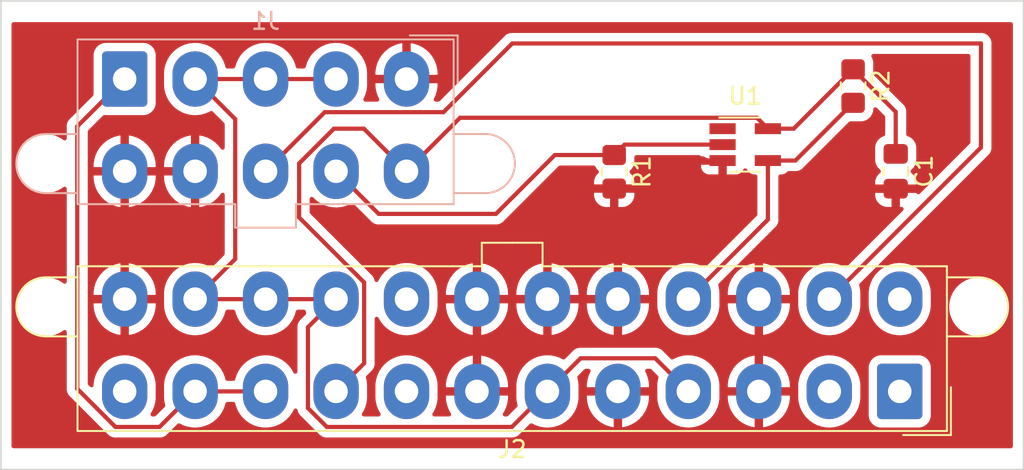
<source format=kicad_pcb>
(kicad_pcb (version 20221018) (generator pcbnew)
  (layers (0 "F.Cu" signal) (31 "B.Cu" signal) (34 "B.Paste" user) (35 "F.Paste" user) (36 "B.SilkS" user "B.Silkscreen") (37 "F.SilkS" user "F.Silkscreen") (38 "B.Mask" user) (39 "F.Mask" user) (44 "Edge.Cuts" user))
  (net 0 "")
  (net 1 "+5VSB")
  (net 2 "GND")
  (net 3 "+12V")
  (net 4 "+5V")
  (net 5 "-12V")
  (net 6 "Net-(J1-Pin_9)")
  (net 7 "PS_ON")
  (footprint "Capacitor_SMD:C_0805_2012Metric_Pad1.18x1.45mm_HandSolder" (layer "F.Cu") (at 165.1 93.98 -90)
    (fp_text reference "C1" (at 0 -1.68 90) (layer "F.SilkS"))
    (fp_text value "100nF")
    (fp_line (start -0.261252 -0.735) (end 0.261252 -0.735) (stroke (width 0.12)) (layer "F.SilkS"))
    (fp_line (start -0.261252 0.735) (end 0.261252 0.735) (stroke (width 0.12)) (layer "F.SilkS"))
    (pad "1" smd roundrect (at -1.0375 0 270) (size 1.175 1.45) (layers "F.Cu" "F.Paste" "F.Mask") (roundrect_rratio 0.2127659574) (net 1 "+5VSB"))
    (pad "2" smd roundrect (at 1.0375 0 270) (size 1.175 1.45) (layers "F.Cu" "F.Paste" "F.Mask") (roundrect_rratio 0.2127659574) (net 2 "GND"))
  )
  (footprint "Connector_Molex:Molex_Mini-Fit_Jr_5566-24A2_2x12_P4.20mm_Vertical" (layer "F.Cu") (at 165.34 107.1 180)
    (fp_text reference "J2" (at 23.1 -3.45) (layer "F.SilkS"))
    (fp_text value "Molex-39299247")
    (fp_line (start -4.7 3.28) (end -2.81 3.28) (stroke (width 0.12)) (layer "F.SilkS"))
    (fp_line (start -4.7 6.8) (end -2.81 6.8) (stroke (width 0.12)) (layer "F.SilkS"))
    (fp_line (start -3.05 -2.6) (end -3.05 0.25) (stroke (width 0.12)) (layer "F.SilkS"))
    (fp_line (start -2.81 -2.36) (end -2.81 7.46) (stroke (width 0.12)) (layer "F.SilkS"))
    (fp_line (start -2.81 7.46) (end 21.29 7.46) (stroke (width 0.12)) (layer "F.SilkS"))
    (fp_line (start -0.2 -2.6) (end -3.05 -2.6) (stroke (width 0.12)) (layer "F.SilkS"))
    (fp_line (start 21.29 7.46) (end 21.29 8.86) (stroke (width 0.12)) (layer "F.SilkS"))
    (fp_line (start 21.29 8.86) (end 23.1 8.86) (stroke (width 0.12)) (layer "F.SilkS"))
    (fp_line (start 23.1 -2.36) (end -2.81 -2.36) (stroke (width 0.12)) (layer "F.SilkS"))
    (fp_line (start 23.1 -2.36) (end 49.01 -2.36) (stroke (width 0.12)) (layer "F.SilkS"))
    (fp_line (start 24.91 7.46) (end 24.91 8.86) (stroke (width 0.12)) (layer "F.SilkS"))
    (fp_line (start 24.91 8.86) (end 23.1 8.86) (stroke (width 0.12)) (layer "F.SilkS"))
    (fp_line (start 49.01 -2.36) (end 49.01 7.46) (stroke (width 0.12)) (layer "F.SilkS"))
    (fp_line (start 49.01 7.46) (end 24.91 7.46) (stroke (width 0.12)) (layer "F.SilkS"))
    (fp_line (start 50.9 3.28) (end 49.01 3.28) (stroke (width 0.12)) (layer "F.SilkS"))
    (fp_line (start 50.9 6.8) (end 49.01 6.8) (stroke (width 0.12)) (layer "F.SilkS"))
    (fp_arc (start -4.7 6.8) (mid -6.46 5.04) (end -4.7 3.28) (stroke (width 0.12)) (layer "F.SilkS"))
    (fp_arc (start 50.9 3.28) (mid 52.66 5.04) (end 50.9 6.8) (stroke (width 0.12)) (layer "F.SilkS"))
    (pad "" np_thru_hole circle (at -4.7 5.04 180) (size 3 3) (drill 3) (layers "*.Cu" "*.Mask"))
    (pad "" np_thru_hole circle (at 50.9 5.04 180) (size 3 3) (drill 3) (layers "*.Cu" "*.Mask"))
    (pad "1" thru_hole roundrect (at 0 0 180) (size 2.7 3.3) (drill 1.4) (layers "*.Cu" "*.Mask") (roundrect_rratio 0.09259296296))
    (pad "2" thru_hole oval (at 4.2 0 180) (size 2.7 3.3) (drill 1.4) (layers "*.Cu" "*.Mask"))
    (pad "3" thru_hole oval (at 8.4 0 180) (size 2.7 3.3) (drill 1.4) (layers "*.Cu" "*.Mask") (net 2 "GND"))
    (pad "4" thru_hole oval (at 12.6 0 180) (size 2.7 3.3) (drill 1.4) (layers "*.Cu" "*.Mask") (net 4 "+5V"))
    (pad "5" thru_hole oval (at 16.8 0 180) (size 2.7 3.3) (drill 1.4) (layers "*.Cu" "*.Mask") (net 2 "GND"))
    (pad "6" thru_hole oval (at 21 0 180) (size 2.7 3.3) (drill 1.4) (layers "*.Cu" "*.Mask") (net 4 "+5V"))
    (pad "7" thru_hole oval (at 25.2 0 180) (size 2.7 3.3) (drill 1.4) (layers "*.Cu" "*.Mask") (net 2 "GND"))
    (pad "8" thru_hole oval (at 29.4 0 180) (size 2.7 3.3) (drill 1.4) (layers "*.Cu" "*.Mask"))
    (pad "9" thru_hole oval (at 33.6 0 180) (size 2.7 3.3) (drill 1.4) (layers "*.Cu" "*.Mask") (net 1 "+5VSB"))
    (pad "10" thru_hole oval (at 37.8 0 180) (size 2.7 3.3) (drill 1.4) (layers "*.Cu" "*.Mask") (net 3 "+12V"))
    (pad "11" thru_hole oval (at 42 0 180) (size 2.7 3.3) (drill 1.4) (layers "*.Cu" "*.Mask") (net 3 "+12V"))
    (pad "12" thru_hole oval (at 46.2 0 180) (size 2.7 3.3) (drill 1.4) (layers "*.Cu" "*.Mask"))
    (pad "13" thru_hole oval (at 0 5.5 180) (size 2.7 3.3) (drill 1.4) (layers "*.Cu" "*.Mask"))
    (pad "14" thru_hole oval (at 4.2 5.5 180) (size 2.7 3.3) (drill 1.4) (layers "*.Cu" "*.Mask") (net 5 "-12V"))
    (pad "15" thru_hole oval (at 8.4 5.5 180) (size 2.7 3.3) (drill 1.4) (layers "*.Cu" "*.Mask") (net 2 "GND"))
    (pad "16" thru_hole oval (at 12.6 5.5 180) (size 2.7 3.3) (drill 1.4) (layers "*.Cu" "*.Mask") (net 7 "PS_ON"))
    (pad "17" thru_hole oval (at 16.8 5.5 180) (size 2.7 3.3) (drill 1.4) (layers "*.Cu" "*.Mask") (net 2 "GND"))
    (pad "18" thru_hole oval (at 21 5.5 180) (size 2.7 3.3) (drill 1.4) (layers "*.Cu" "*.Mask") (net 2 "GND"))
    (pad "19" thru_hole oval (at 25.2 5.5 180) (size 2.7 3.3) (drill 1.4) (layers "*.Cu" "*.Mask") (net 2 "GND"))
    (pad "20" thru_hole oval (at 29.4 5.5 180) (size 2.7 3.3) (drill 1.4) (layers "*.Cu" "*.Mask"))
    (pad "21" thru_hole oval (at 33.6 5.5 180) (size 2.7 3.3) (drill 1.4) (layers "*.Cu" "*.Mask") (net 4 "+5V"))
    (pad "22" thru_hole oval (at 37.8 5.5 180) (size 2.7 3.3) (drill 1.4) (layers "*.Cu" "*.Mask") (net 4 "+5V"))
    (pad "23" thru_hole oval (at 42 5.5 180) (size 2.7 3.3) (drill 1.4) (layers "*.Cu" "*.Mask") (net 4 "+5V"))
    (pad "24" thru_hole oval (at 46.2 5.5 180) (size 2.7 3.3) (drill 1.4) (layers "*.Cu" "*.Mask") (net 2 "GND"))
  )
  (footprint "Resistor_SMD:R_0805_2012Metric_Pad1.20x1.40mm_HandSolder" (layer "F.Cu") (at 148.32 94.01 -90)
    (fp_text reference "R1" (at 0 -1.65 90) (layer "F.SilkS"))
    (fp_text value "2.2k")
    (fp_line (start -0.227064 -0.735) (end 0.227064 -0.735) (stroke (width 0.12)) (layer "F.SilkS"))
    (fp_line (start -0.227064 0.735) (end 0.227064 0.735) (stroke (width 0.12)) (layer "F.SilkS"))
    (pad "1" smd roundrect (at -1 0 270) (size 1.2 1.4) (layers "F.Cu" "F.Paste" "F.Mask") (roundrect_rratio 0.2083333333) (net 6 "Net-(J1-Pin_9)"))
    (pad "2" smd roundrect (at 1 0 270) (size 1.2 1.4) (layers "F.Cu" "F.Paste" "F.Mask") (roundrect_rratio 0.2083333333) (net 2 "GND"))
  )
  (footprint "Resistor_SMD:R_0805_2012Metric_Pad1.20x1.40mm_HandSolder" (layer "F.Cu") (at 162.56 88.9 -90)
    (fp_text reference "R2" (at 0 -1.65 90) (layer "F.SilkS"))
    (fp_text value "2.2k")
    (fp_line (start -0.227064 -0.735) (end 0.227064 -0.735) (stroke (width 0.12)) (layer "F.SilkS"))
    (fp_line (start -0.227064 0.735) (end 0.227064 0.735) (stroke (width 0.12)) (layer "F.SilkS"))
    (pad "1" smd roundrect (at -1 0 270) (size 1.2 1.4) (layers "F.Cu" "F.Paste" "F.Mask") (roundrect_rratio 0.2083333333) (net 1 "+5VSB"))
    (pad "2" smd roundrect (at 1 0 270) (size 1.2 1.4) (layers "F.Cu" "F.Paste" "F.Mask") (roundrect_rratio 0.2083333333) (net 7 "PS_ON"))
  )
  (footprint "Package_TO_SOT_SMD:SOT-23-5_HandSoldering" (layer "F.Cu") (at 156.13 92.39)
    (fp_text reference "U1" (at 0 -2.9) (layer "F.SilkS"))
    (fp_text value "74LVC1G04")
    (fp_line (start -0.9 1.61) (end 0.9 1.61) (stroke (width 0.12)) (layer "F.SilkS"))
    (fp_line (start 0.9 -1.61) (end -1.55 -1.61) (stroke (width 0.12)) (layer "F.SilkS"))
    (pad "1" smd rect (at -1.35 -0.95) (size 1.56 0.65) (layers "F.Cu" "F.Paste" "F.Mask"))
    (pad "2" smd rect (at -1.35 0) (size 1.56 0.65) (layers "F.Cu" "F.Paste" "F.Mask") (net 6 "Net-(J1-Pin_9)"))
    (pad "3" smd rect (at -1.35 0.95) (size 1.56 0.65) (layers "F.Cu" "F.Paste" "F.Mask") (net 2 "GND"))
    (pad "4" smd rect (at 1.35 0.95) (size 1.56 0.65) (layers "F.Cu" "F.Paste" "F.Mask") (net 7 "PS_ON"))
    (pad "5" smd rect (at 1.35 -0.95) (size 1.56 0.65) (layers "F.Cu" "F.Paste" "F.Mask") (net 1 "+5VSB"))
  )
  (footprint "Local:Molex_Mini-Fit_Jr_15247100" (layer "B.Cu") (at 135.94 88.48 180)
    (fp_text reference "J1" (at 8.4 3.45) (layer "B.SilkS") (effects (justify mirror)))
    (fp_text value "Molex-15247100")
    (fp_line (start -4.7 -6.8) (end -2.81 -6.8) (stroke (width 0.12)) (layer "B.SilkS"))
    (fp_line (start -4.7 -3.28) (end -2.81 -3.28) (stroke (width 0.12)) (layer "B.SilkS"))
    (fp_line (start -3.05 2.6) (end -3.05 -0.25) (stroke (width 0.12)) (layer "B.SilkS"))
    (fp_line (start -2.81 -7.46) (end 6.59 -7.46) (stroke (width 0.12)) (layer "B.SilkS"))
    (fp_line (start -2.81 2.36) (end -2.81 -7.46) (stroke (width 0.12)) (layer "B.SilkS"))
    (fp_line (start -0.2 2.6) (end -3.05 2.6) (stroke (width 0.12)) (layer "B.SilkS"))
    (fp_line (start 6.59 -8.86) (end 8.4 -8.86) (stroke (width 0.12)) (layer "B.SilkS"))
    (fp_line (start 6.59 -7.46) (end 6.59 -8.86) (stroke (width 0.12)) (layer "B.SilkS"))
    (fp_line (start 8.4 2.36) (end -2.81 2.36) (stroke (width 0.12)) (layer "B.SilkS"))
    (fp_line (start 8.4 2.36) (end 19.61 2.36) (stroke (width 0.12)) (layer "B.SilkS"))
    (fp_line (start 10.21 -8.86) (end 8.4 -8.86) (stroke (width 0.12)) (layer "B.SilkS"))
    (fp_line (start 10.21 -7.46) (end 10.21 -8.86) (stroke (width 0.12)) (layer "B.SilkS"))
    (fp_line (start 19.61 -7.46) (end 10.21 -7.46) (stroke (width 0.12)) (layer "B.SilkS"))
    (fp_line (start 19.61 2.36) (end 19.61 -7.46) (stroke (width 0.12)) (layer "B.SilkS"))
    (fp_line (start 21.5 -6.8) (end 19.61 -6.8) (stroke (width 0.12)) (layer "B.SilkS"))
    (fp_line (start 21.5 -3.28) (end 19.61 -3.28) (stroke (width 0.12)) (layer "B.SilkS"))
    (fp_arc (start -4.7 -3.28) (mid -6.46 -5.04) (end -4.7 -6.8) (stroke (width 0.12)) (layer "B.SilkS"))
    (fp_arc (start 21.5 -6.8) (mid 23.26 -5.04) (end 21.5 -3.28) (stroke (width 0.12)) (layer "B.SilkS"))
    (pad "" np_thru_hole circle (at -4.7 -5.04 180) (size 3 3) (drill 3) (layers "*.Cu" "*.Mask"))
    (pad "" np_thru_hole circle (at 21.5 -5.04 180) (size 3 3) (drill 3) (layers "*.Cu" "*.Mask"))
    (pad "1" thru_hole roundrect (at 16.8 0 180) (size 2.7 3.3) (drill 1.4) (layers "*.Cu" "*.Mask") (roundrect_rratio 0.09259296296) (net 3 "+12V"))
    (pad "2" thru_hole oval (at 12.6 0 180) (size 2.7 3.3) (drill 1.4) (layers "*.Cu" "*.Mask") (net 4 "+5V"))
    (pad "3" thru_hole oval (at 8.4 0 180) (size 2.7 3.3) (drill 1.4) (layers "*.Cu" "*.Mask") (net 4 "+5V"))
    (pad "4" thru_hole oval (at 4.2 0 180) (size 2.7 3.3) (drill 1.4) (layers "*.Cu" "*.Mask") (net 4 "+5V"))
    (pad "5" thru_hole oval (at 0 0 180) (size 2.7 3.3) (drill 1.4) (layers "*.Cu" "*.Mask") (net 2 "GND"))
    (pad "6" thru_hole oval (at 16.8 -5.5 180) (size 2.7 3.3) (drill 1.4) (layers "*.Cu" "*.Mask") (net 2 "GND"))
    (pad "7" thru_hole oval (at 12.6 -5.5 180) (size 2.7 3.3) (drill 1.4) (layers "*.Cu" "*.Mask") (net 2 "GND"))
    (pad "8" thru_hole oval (at 8.4 -5.5 180) (size 2.7 3.3) (drill 1.4) (layers "*.Cu" "*.Mask") (net 5 "-12V"))
    (pad "9" thru_hole oval (at 4.2 -5.5 180) (size 2.7 3.3) (drill 1.4) (layers "*.Cu" "*.Mask") (net 6 "Net-(J1-Pin_9)"))
    (pad "10" thru_hole oval (at 0 -5.5 180) (size 2.7 3.3) (drill 1.4) (layers "*.Cu" "*.Mask") (net 1 "+5VSB"))
  )
  (gr_rect (start 111.76 83.82) (end 172.72 111.76) (stroke (width 0.1)) (fill none) (layer "Edge.Cuts"))
  (segment (start 129.54 96.731192) (end 133.415 100.606192) (width 0.25) (layer "F.Cu") (net 1))
  (segment (start 139.13 90.79) (end 156.83 90.79) (width 0.25) (layer "F.Cu") (net 1))
  (segment (start 135.94 93.98) (end 139.13 90.79) (width 0.25) (layer "F.Cu") (net 1))
  (segment (start 157.48 91.44) (end 159.02 91.44) (width 0.25) (layer "F.Cu") (net 1))
  (segment (start 133.415 105.425) (end 131.74 107.1) (width 0.25) (layer "F.Cu") (net 1))
  (segment (start 131.611192 91.44) (end 129.54 93.511192) (width 0.25) (layer "F.Cu") (net 1))
  (segment (start 133.415 100.606192) (end 133.415 105.425) (width 0.25) (layer "F.Cu") (net 1))
  (segment (start 159.02 91.44) (end 162.56 87.9) (width 0.25) (layer "F.Cu") (net 1))
  (segment (start 129.54 93.511192) (end 129.54 96.731192) (width 0.25) (layer "F.Cu") (net 1))
  (segment (start 133.4 91.44) (end 131.611192 91.44) (width 0.25) (layer "F.Cu") (net 1))
  (segment (start 165.1 90.44) (end 165.1 92.9425) (width 0.25) (layer "F.Cu") (net 1))
  (segment (start 156.83 90.79) (end 157.48 91.44) (width 0.25) (layer "F.Cu") (net 1))
  (segment (start 135.94 93.98) (end 133.4 91.44) (width 0.25) (layer "F.Cu") (net 1))
  (segment (start 162.56 87.9) (end 165.1 90.44) (width 0.25) (layer "F.Cu") (net 1))
  (segment (start 121.22 109.22) (end 123.34 107.1) (width 0.25) (layer "F.Cu") (net 3))
  (segment (start 119.14 88.48) (end 116.315 91.305) (width 0.25) (layer "F.Cu") (net 3))
  (segment (start 118.591192 109.22) (end 121.22 109.22) (width 0.25) (layer "F.Cu") (net 3))
  (segment (start 116.315 91.305) (end 116.315 106.943808) (width 0.25) (layer "F.Cu") (net 3))
  (segment (start 116.315 106.943808) (end 118.591192 109.22) (width 0.25) (layer "F.Cu") (net 3))
  (segment (start 123.34 107.1) (end 127.54 107.1) (width 0.25) (layer "F.Cu") (net 3))
  (segment (start 130.065 108.093808) (end 131.191192 109.22) (width 0.25) (layer "F.Cu") (net 4))
  (segment (start 131.74 101.6) (end 127.54 101.6) (width 0.25) (layer "F.Cu") (net 4))
  (segment (start 150.765 105.125) (end 152.74 107.1) (width 0.25) (layer "F.Cu") (net 4))
  (segment (start 125.73 99.21) (end 123.34 101.6) (width 0.25) (layer "F.Cu") (net 4))
  (segment (start 142.22 109.22) (end 144.34 107.1) (width 0.25) (layer "F.Cu") (net 4))
  (segment (start 125.73 90.87) (end 125.73 99.21) (width 0.25) (layer "F.Cu") (net 4))
  (segment (start 131.74 101.6) (end 130.065 103.275) (width 0.25) (layer "F.Cu") (net 4))
  (segment (start 123.34 88.48) (end 127.54 88.48) (width 0.25) (layer "F.Cu") (net 4))
  (segment (start 123.34 88.48) (end 125.73 90.87) (width 0.25) (layer "F.Cu") (net 4))
  (segment (start 131.74 88.48) (end 127.54 88.48) (width 0.25) (layer "F.Cu") (net 4))
  (segment (start 144.34 107.1) (end 146.315 105.125) (width 0.25) (layer "F.Cu") (net 4))
  (segment (start 130.065 103.275) (end 130.065 108.093808) (width 0.25) (layer "F.Cu") (net 4))
  (segment (start 146.315 105.125) (end 150.765 105.125) (width 0.25) (layer "F.Cu") (net 4))
  (segment (start 131.191192 109.22) (end 142.22 109.22) (width 0.25) (layer "F.Cu") (net 4))
  (segment (start 123.34 101.6) (end 127.54 101.6) (width 0.25) (layer "F.Cu") (net 4))
  (segment (start 142.24 86.36) (end 170.18 86.36) (width 0.25) (layer "F.Cu") (net 5))
  (segment (start 127.54 93.98) (end 131.065 90.455) (width 0.25) (layer "F.Cu") (net 5))
  (segment (start 131.065 90.455) (end 138.145 90.455) (width 0.25) (layer "F.Cu") (net 5))
  (segment (start 170.18 92.56) (end 161.14 101.6) (width 0.25) (layer "F.Cu") (net 5))
  (segment (start 138.145 90.455) (end 142.24 86.36) (width 0.25) (layer "F.Cu") (net 5))
  (segment (start 170.18 86.36) (end 170.18 92.56) (width 0.25) (layer "F.Cu") (net 5))
  (segment (start 141.27 96.52) (end 134.28 96.52) (width 0.25) (layer "F.Cu") (net 6))
  (segment (start 148.32 93.01) (end 148.94 92.39) (width 0.25) (layer "F.Cu") (net 6))
  (segment (start 148.94 92.39) (end 154.78 92.39) (width 0.25) (layer "F.Cu") (net 6))
  (segment (start 134.28 96.52) (end 131.74 93.98) (width 0.25) (layer "F.Cu") (net 6))
  (segment (start 144.78 93.01) (end 141.27 96.52) (width 0.25) (layer "F.Cu") (net 6))
  (segment (start 148.32 93.01) (end 144.78 93.01) (width 0.25) (layer "F.Cu") (net 6))
  (segment (start 157.48 96.86) (end 152.74 101.6) (width 0.25) (layer "F.Cu") (net 7))
  (segment (start 159.12 93.34) (end 162.56 89.9) (width 0.25) (layer "F.Cu") (net 7))
  (segment (start 157.48 93.34) (end 157.48 96.86) (width 0.25) (layer "F.Cu") (net 7))
  (segment (start 157.48 93.34) (end 159.12 93.34) (width 0.25) (layer "F.Cu") (net 7))
  (zone (net 2) (net_name "GND") (layer "F.Cu") (name "GND") (connect_pads (clearance 0.5)) (min_thickness 0.25) (fill yes (thermal_gap 0.5) (thermal_bridge_width 0.5))
    (polygon (pts (xy 112.395 85.09) (xy 172.085 85.09) (xy 172.085 110.49) (xy 112.395 110.49)))
  )
)
</source>
